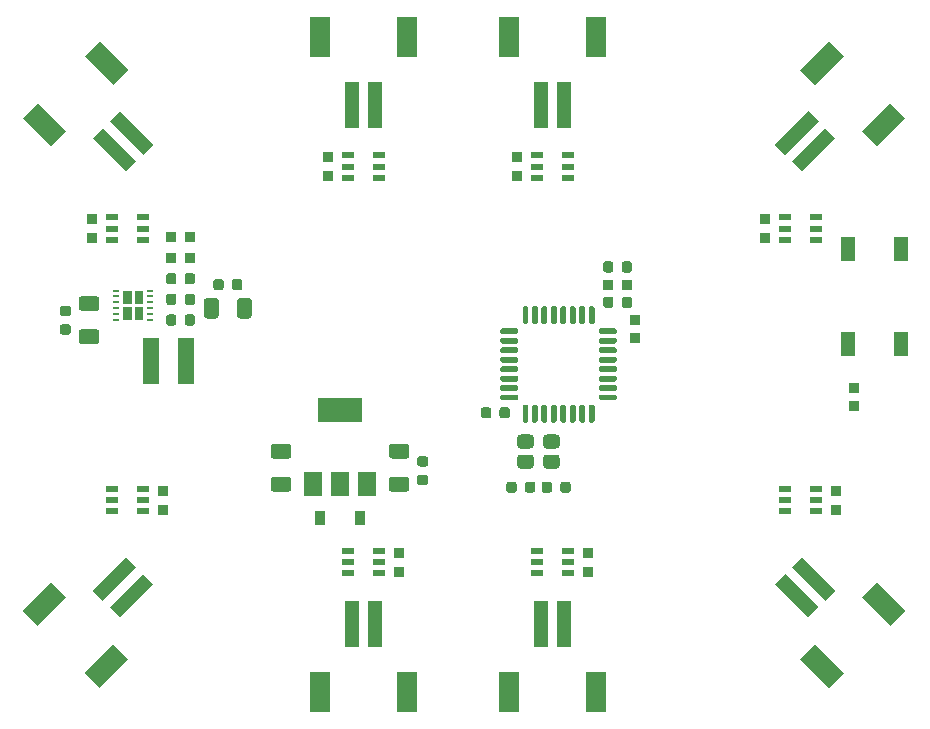
<source format=gbr>
G04 #@! TF.GenerationSoftware,KiCad,Pcbnew,5.1.7-a382d34a8~88~ubuntu20.04.1*
G04 #@! TF.CreationDate,2021-02-09T11:34:01+01:00*
G04 #@! TF.ProjectId,UVDAR_Module,55564441-525f-44d6-9f64-756c652e6b69,rev?*
G04 #@! TF.SameCoordinates,Original*
G04 #@! TF.FileFunction,Paste,Top*
G04 #@! TF.FilePolarity,Positive*
%FSLAX46Y46*%
G04 Gerber Fmt 4.6, Leading zero omitted, Abs format (unit mm)*
G04 Created by KiCad (PCBNEW 5.1.7-a382d34a8~88~ubuntu20.04.1) date 2021-02-09 11:34:01*
%MOMM*%
%LPD*%
G01*
G04 APERTURE LIST*
%ADD10C,0.100000*%
%ADD11R,0.600000X0.250000*%
%ADD12R,0.875000X0.950000*%
%ADD13R,1.400000X4.000000*%
%ADD14R,0.950000X0.875000*%
%ADD15R,1.000000X0.550000*%
%ADD16R,1.200000X2.100000*%
%ADD17R,1.200000X4.000000*%
%ADD18R,1.800000X3.400000*%
%ADD19R,0.900000X1.200000*%
%ADD20R,1.500000X2.000000*%
%ADD21R,3.800000X2.000000*%
G04 APERTURE END LIST*
D10*
G36*
X72850000Y-94900000D02*
G01*
X72100000Y-94900000D01*
X72100000Y-93750000D01*
X72850000Y-93750000D01*
X72850000Y-94900000D01*
G37*
G36*
X71900000Y-94900000D02*
G01*
X71150000Y-94900000D01*
X71150000Y-93750000D01*
X71900000Y-93750000D01*
X71900000Y-94900000D01*
G37*
G36*
X71900000Y-96250000D02*
G01*
X71150000Y-96250000D01*
X71150000Y-95100000D01*
X71900000Y-95100000D01*
X71900000Y-96250000D01*
G37*
G36*
X72850000Y-96250000D02*
G01*
X72100000Y-96250000D01*
X72100000Y-95100000D01*
X72850000Y-95100000D01*
X72850000Y-96250000D01*
G37*
G36*
G01*
X95125000Y-107975000D02*
X93875000Y-107975000D01*
G75*
G02*
X93625000Y-107725000I0J250000D01*
G01*
X93625000Y-106975000D01*
G75*
G02*
X93875000Y-106725000I250000J0D01*
G01*
X95125000Y-106725000D01*
G75*
G02*
X95375000Y-106975000I0J-250000D01*
G01*
X95375000Y-107725000D01*
G75*
G02*
X95125000Y-107975000I-250000J0D01*
G01*
G37*
G36*
G01*
X95125000Y-110775000D02*
X93875000Y-110775000D01*
G75*
G02*
X93625000Y-110525000I0J250000D01*
G01*
X93625000Y-109775000D01*
G75*
G02*
X93875000Y-109525000I250000J0D01*
G01*
X95125000Y-109525000D01*
G75*
G02*
X95375000Y-109775000I0J-250000D01*
G01*
X95375000Y-110525000D01*
G75*
G02*
X95125000Y-110775000I-250000J0D01*
G01*
G37*
G36*
G01*
X85125000Y-107975000D02*
X83875000Y-107975000D01*
G75*
G02*
X83625000Y-107725000I0J250000D01*
G01*
X83625000Y-106975000D01*
G75*
G02*
X83875000Y-106725000I250000J0D01*
G01*
X85125000Y-106725000D01*
G75*
G02*
X85375000Y-106975000I0J-250000D01*
G01*
X85375000Y-107725000D01*
G75*
G02*
X85125000Y-107975000I-250000J0D01*
G01*
G37*
G36*
G01*
X85125000Y-110775000D02*
X83875000Y-110775000D01*
G75*
G02*
X83625000Y-110525000I0J250000D01*
G01*
X83625000Y-109775000D01*
G75*
G02*
X83875000Y-109525000I250000J0D01*
G01*
X85125000Y-109525000D01*
G75*
G02*
X85375000Y-109775000I0J-250000D01*
G01*
X85375000Y-110525000D01*
G75*
G02*
X85125000Y-110775000I-250000J0D01*
G01*
G37*
D11*
X70565000Y-95250000D03*
X70565000Y-93750000D03*
X70565000Y-95750000D03*
X70565000Y-94750000D03*
X70565000Y-96250000D03*
X70565000Y-94250000D03*
X73435000Y-93750000D03*
X73435000Y-94250000D03*
X73435000Y-94750000D03*
X73435000Y-95250000D03*
X73435000Y-95750000D03*
X73435000Y-96250000D03*
D12*
X75212500Y-89250000D03*
X76787500Y-89250000D03*
X76787500Y-91000000D03*
X75212500Y-91000000D03*
D13*
X76500000Y-99750000D03*
X73500000Y-99750000D03*
G36*
G01*
X81225000Y-92993750D02*
X81225000Y-93506250D01*
G75*
G02*
X81006250Y-93725000I-218750J0D01*
G01*
X80568750Y-93725000D01*
G75*
G02*
X80350000Y-93506250I0J218750D01*
G01*
X80350000Y-92993750D01*
G75*
G02*
X80568750Y-92775000I218750J0D01*
G01*
X81006250Y-92775000D01*
G75*
G02*
X81225000Y-92993750I0J-218750D01*
G01*
G37*
G36*
G01*
X79650000Y-92993750D02*
X79650000Y-93506250D01*
G75*
G02*
X79431250Y-93725000I-218750J0D01*
G01*
X78993750Y-93725000D01*
G75*
G02*
X78775000Y-93506250I0J218750D01*
G01*
X78775000Y-92993750D01*
G75*
G02*
X78993750Y-92775000I218750J0D01*
G01*
X79431250Y-92775000D01*
G75*
G02*
X79650000Y-92993750I0J-218750D01*
G01*
G37*
G36*
G01*
X79225000Y-94625000D02*
X79225000Y-95875000D01*
G75*
G02*
X78975000Y-96125000I-250000J0D01*
G01*
X78225000Y-96125000D01*
G75*
G02*
X77975000Y-95875000I0J250000D01*
G01*
X77975000Y-94625000D01*
G75*
G02*
X78225000Y-94375000I250000J0D01*
G01*
X78975000Y-94375000D01*
G75*
G02*
X79225000Y-94625000I0J-250000D01*
G01*
G37*
G36*
G01*
X82025000Y-94625000D02*
X82025000Y-95875000D01*
G75*
G02*
X81775000Y-96125000I-250000J0D01*
G01*
X81025000Y-96125000D01*
G75*
G02*
X80775000Y-95875000I0J250000D01*
G01*
X80775000Y-94625000D01*
G75*
G02*
X81025000Y-94375000I250000J0D01*
G01*
X81775000Y-94375000D01*
G75*
G02*
X82025000Y-94625000I0J-250000D01*
G01*
G37*
G36*
G01*
X77225000Y-92493750D02*
X77225000Y-93006250D01*
G75*
G02*
X77006250Y-93225000I-218750J0D01*
G01*
X76568750Y-93225000D01*
G75*
G02*
X76350000Y-93006250I0J218750D01*
G01*
X76350000Y-92493750D01*
G75*
G02*
X76568750Y-92275000I218750J0D01*
G01*
X77006250Y-92275000D01*
G75*
G02*
X77225000Y-92493750I0J-218750D01*
G01*
G37*
G36*
G01*
X75650000Y-92493750D02*
X75650000Y-93006250D01*
G75*
G02*
X75431250Y-93225000I-218750J0D01*
G01*
X74993750Y-93225000D01*
G75*
G02*
X74775000Y-93006250I0J218750D01*
G01*
X74775000Y-92493750D01*
G75*
G02*
X74993750Y-92275000I218750J0D01*
G01*
X75431250Y-92275000D01*
G75*
G02*
X75650000Y-92493750I0J-218750D01*
G01*
G37*
G36*
G01*
X77225000Y-95993750D02*
X77225000Y-96506250D01*
G75*
G02*
X77006250Y-96725000I-218750J0D01*
G01*
X76568750Y-96725000D01*
G75*
G02*
X76350000Y-96506250I0J218750D01*
G01*
X76350000Y-95993750D01*
G75*
G02*
X76568750Y-95775000I218750J0D01*
G01*
X77006250Y-95775000D01*
G75*
G02*
X77225000Y-95993750I0J-218750D01*
G01*
G37*
G36*
G01*
X75650000Y-95993750D02*
X75650000Y-96506250D01*
G75*
G02*
X75431250Y-96725000I-218750J0D01*
G01*
X74993750Y-96725000D01*
G75*
G02*
X74775000Y-96506250I0J218750D01*
G01*
X74775000Y-95993750D01*
G75*
G02*
X74993750Y-95775000I218750J0D01*
G01*
X75431250Y-95775000D01*
G75*
G02*
X75650000Y-95993750I0J-218750D01*
G01*
G37*
G36*
G01*
X74775000Y-94756250D02*
X74775000Y-94243750D01*
G75*
G02*
X74993750Y-94025000I218750J0D01*
G01*
X75431250Y-94025000D01*
G75*
G02*
X75650000Y-94243750I0J-218750D01*
G01*
X75650000Y-94756250D01*
G75*
G02*
X75431250Y-94975000I-218750J0D01*
G01*
X74993750Y-94975000D01*
G75*
G02*
X74775000Y-94756250I0J218750D01*
G01*
G37*
G36*
G01*
X76350000Y-94756250D02*
X76350000Y-94243750D01*
G75*
G02*
X76568750Y-94025000I218750J0D01*
G01*
X77006250Y-94025000D01*
G75*
G02*
X77225000Y-94243750I0J-218750D01*
G01*
X77225000Y-94756250D01*
G75*
G02*
X77006250Y-94975000I-218750J0D01*
G01*
X76568750Y-94975000D01*
G75*
G02*
X76350000Y-94756250I0J218750D01*
G01*
G37*
G36*
G01*
X65993750Y-95025000D02*
X66506250Y-95025000D01*
G75*
G02*
X66725000Y-95243750I0J-218750D01*
G01*
X66725000Y-95681250D01*
G75*
G02*
X66506250Y-95900000I-218750J0D01*
G01*
X65993750Y-95900000D01*
G75*
G02*
X65775000Y-95681250I0J218750D01*
G01*
X65775000Y-95243750D01*
G75*
G02*
X65993750Y-95025000I218750J0D01*
G01*
G37*
G36*
G01*
X65993750Y-96600000D02*
X66506250Y-96600000D01*
G75*
G02*
X66725000Y-96818750I0J-218750D01*
G01*
X66725000Y-97256250D01*
G75*
G02*
X66506250Y-97475000I-218750J0D01*
G01*
X65993750Y-97475000D01*
G75*
G02*
X65775000Y-97256250I0J218750D01*
G01*
X65775000Y-96818750D01*
G75*
G02*
X65993750Y-96600000I218750J0D01*
G01*
G37*
G36*
G01*
X67625000Y-97025000D02*
X68875000Y-97025000D01*
G75*
G02*
X69125000Y-97275000I0J-250000D01*
G01*
X69125000Y-98025000D01*
G75*
G02*
X68875000Y-98275000I-250000J0D01*
G01*
X67625000Y-98275000D01*
G75*
G02*
X67375000Y-98025000I0J250000D01*
G01*
X67375000Y-97275000D01*
G75*
G02*
X67625000Y-97025000I250000J0D01*
G01*
G37*
G36*
G01*
X67625000Y-94225000D02*
X68875000Y-94225000D01*
G75*
G02*
X69125000Y-94475000I0J-250000D01*
G01*
X69125000Y-95225000D01*
G75*
G02*
X68875000Y-95475000I-250000J0D01*
G01*
X67625000Y-95475000D01*
G75*
G02*
X67375000Y-95225000I0J250000D01*
G01*
X67375000Y-94475000D01*
G75*
G02*
X67625000Y-94225000I250000J0D01*
G01*
G37*
D14*
X114500000Y-97787500D03*
X114500000Y-96212500D03*
X133000000Y-103537500D03*
X133000000Y-101962500D03*
G36*
G01*
X111775000Y-95006250D02*
X111775000Y-94493750D01*
G75*
G02*
X111993750Y-94275000I218750J0D01*
G01*
X112431250Y-94275000D01*
G75*
G02*
X112650000Y-94493750I0J-218750D01*
G01*
X112650000Y-95006250D01*
G75*
G02*
X112431250Y-95225000I-218750J0D01*
G01*
X111993750Y-95225000D01*
G75*
G02*
X111775000Y-95006250I0J218750D01*
G01*
G37*
G36*
G01*
X113350000Y-95006250D02*
X113350000Y-94493750D01*
G75*
G02*
X113568750Y-94275000I218750J0D01*
G01*
X114006250Y-94275000D01*
G75*
G02*
X114225000Y-94493750I0J-218750D01*
G01*
X114225000Y-95006250D01*
G75*
G02*
X114006250Y-95225000I-218750J0D01*
G01*
X113568750Y-95225000D01*
G75*
G02*
X113350000Y-95006250I0J218750D01*
G01*
G37*
D15*
X72800000Y-89450000D03*
X72800000Y-88500000D03*
X72800000Y-87550000D03*
X70200000Y-87550000D03*
X70200000Y-88500000D03*
X70200000Y-89450000D03*
D14*
X68500000Y-87712500D03*
X68500000Y-89287500D03*
D15*
X127200000Y-110550000D03*
X127200000Y-111500000D03*
X127200000Y-112450000D03*
X129800000Y-112450000D03*
X129800000Y-111500000D03*
X129800000Y-110550000D03*
D14*
X131500000Y-112287500D03*
X131500000Y-110712500D03*
D15*
X129800000Y-89450000D03*
X129800000Y-88500000D03*
X129800000Y-87550000D03*
X127200000Y-87550000D03*
X127200000Y-88500000D03*
X127200000Y-89450000D03*
D14*
X125500000Y-87712500D03*
X125500000Y-89287500D03*
D15*
X90200000Y-84200000D03*
X90200000Y-83250000D03*
X90200000Y-82300000D03*
X92800000Y-82300000D03*
X92800000Y-83250000D03*
X92800000Y-84200000D03*
D14*
X88500000Y-84037500D03*
X88500000Y-82462500D03*
D15*
X106200000Y-84200000D03*
X106200000Y-83250000D03*
X106200000Y-82300000D03*
X108800000Y-82300000D03*
X108800000Y-83250000D03*
X108800000Y-84200000D03*
D14*
X104500000Y-84037500D03*
X104500000Y-82462500D03*
D15*
X108800000Y-115800000D03*
X108800000Y-116750000D03*
X108800000Y-117700000D03*
X106200000Y-117700000D03*
X106200000Y-116750000D03*
X106200000Y-115800000D03*
D14*
X110500000Y-115962500D03*
X110500000Y-117537500D03*
D15*
X90200000Y-115800000D03*
X90200000Y-116750000D03*
X90200000Y-117700000D03*
X92800000Y-117700000D03*
X92800000Y-116750000D03*
X92800000Y-115800000D03*
D14*
X94500000Y-117537500D03*
X94500000Y-115962500D03*
D12*
X113787500Y-93250000D03*
X112212500Y-93250000D03*
D16*
X132500000Y-98250000D03*
X137000000Y-98250000D03*
X132500000Y-90250000D03*
X137000000Y-90250000D03*
G36*
G01*
X113350000Y-92006250D02*
X113350000Y-91493750D01*
G75*
G02*
X113568750Y-91275000I218750J0D01*
G01*
X114006250Y-91275000D01*
G75*
G02*
X114225000Y-91493750I0J-218750D01*
G01*
X114225000Y-92006250D01*
G75*
G02*
X114006250Y-92225000I-218750J0D01*
G01*
X113568750Y-92225000D01*
G75*
G02*
X113350000Y-92006250I0J218750D01*
G01*
G37*
G36*
G01*
X111775000Y-92006250D02*
X111775000Y-91493750D01*
G75*
G02*
X111993750Y-91275000I218750J0D01*
G01*
X112431250Y-91275000D01*
G75*
G02*
X112650000Y-91493750I0J-218750D01*
G01*
X112650000Y-92006250D01*
G75*
G02*
X112431250Y-92225000I-218750J0D01*
G01*
X111993750Y-92225000D01*
G75*
G02*
X111775000Y-92006250I0J218750D01*
G01*
G37*
G36*
G01*
X96756250Y-110225000D02*
X96243750Y-110225000D01*
G75*
G02*
X96025000Y-110006250I0J218750D01*
G01*
X96025000Y-109568750D01*
G75*
G02*
X96243750Y-109350000I218750J0D01*
G01*
X96756250Y-109350000D01*
G75*
G02*
X96975000Y-109568750I0J-218750D01*
G01*
X96975000Y-110006250D01*
G75*
G02*
X96756250Y-110225000I-218750J0D01*
G01*
G37*
G36*
G01*
X96756250Y-108650000D02*
X96243750Y-108650000D01*
G75*
G02*
X96025000Y-108431250I0J218750D01*
G01*
X96025000Y-107993750D01*
G75*
G02*
X96243750Y-107775000I218750J0D01*
G01*
X96756250Y-107775000D01*
G75*
G02*
X96975000Y-107993750I0J-218750D01*
G01*
X96975000Y-108431250D01*
G75*
G02*
X96756250Y-108650000I-218750J0D01*
G01*
G37*
G36*
G01*
X109025000Y-110143750D02*
X109025000Y-110656250D01*
G75*
G02*
X108806250Y-110875000I-218750J0D01*
G01*
X108368750Y-110875000D01*
G75*
G02*
X108150000Y-110656250I0J218750D01*
G01*
X108150000Y-110143750D01*
G75*
G02*
X108368750Y-109925000I218750J0D01*
G01*
X108806250Y-109925000D01*
G75*
G02*
X109025000Y-110143750I0J-218750D01*
G01*
G37*
G36*
G01*
X107450000Y-110143750D02*
X107450000Y-110656250D01*
G75*
G02*
X107231250Y-110875000I-218750J0D01*
G01*
X106793750Y-110875000D01*
G75*
G02*
X106575000Y-110656250I0J218750D01*
G01*
X106575000Y-110143750D01*
G75*
G02*
X106793750Y-109925000I218750J0D01*
G01*
X107231250Y-109925000D01*
G75*
G02*
X107450000Y-110143750I0J-218750D01*
G01*
G37*
G36*
G01*
X106025000Y-110143750D02*
X106025000Y-110656250D01*
G75*
G02*
X105806250Y-110875000I-218750J0D01*
G01*
X105368750Y-110875000D01*
G75*
G02*
X105150000Y-110656250I0J218750D01*
G01*
X105150000Y-110143750D01*
G75*
G02*
X105368750Y-109925000I218750J0D01*
G01*
X105806250Y-109925000D01*
G75*
G02*
X106025000Y-110143750I0J-218750D01*
G01*
G37*
G36*
G01*
X104450000Y-110143750D02*
X104450000Y-110656250D01*
G75*
G02*
X104231250Y-110875000I-218750J0D01*
G01*
X103793750Y-110875000D01*
G75*
G02*
X103575000Y-110656250I0J218750D01*
G01*
X103575000Y-110143750D01*
G75*
G02*
X103793750Y-109925000I218750J0D01*
G01*
X104231250Y-109925000D01*
G75*
G02*
X104450000Y-110143750I0J-218750D01*
G01*
G37*
G36*
G01*
X103875000Y-103843750D02*
X103875000Y-104356250D01*
G75*
G02*
X103656250Y-104575000I-218750J0D01*
G01*
X103218750Y-104575000D01*
G75*
G02*
X103000000Y-104356250I0J218750D01*
G01*
X103000000Y-103843750D01*
G75*
G02*
X103218750Y-103625000I218750J0D01*
G01*
X103656250Y-103625000D01*
G75*
G02*
X103875000Y-103843750I0J-218750D01*
G01*
G37*
G36*
G01*
X102300000Y-103843750D02*
X102300000Y-104356250D01*
G75*
G02*
X102081250Y-104575000I-218750J0D01*
G01*
X101643750Y-104575000D01*
G75*
G02*
X101425000Y-104356250I0J218750D01*
G01*
X101425000Y-103843750D01*
G75*
G02*
X101643750Y-103625000I218750J0D01*
G01*
X102081250Y-103625000D01*
G75*
G02*
X102300000Y-103843750I0J-218750D01*
G01*
G37*
D14*
X74500000Y-110712500D03*
X74500000Y-112287500D03*
G36*
G01*
X104450000Y-103050000D02*
X103200000Y-103050000D01*
G75*
G02*
X103075000Y-102925000I0J125000D01*
G01*
X103075000Y-102675000D01*
G75*
G02*
X103200000Y-102550000I125000J0D01*
G01*
X104450000Y-102550000D01*
G75*
G02*
X104575000Y-102675000I0J-125000D01*
G01*
X104575000Y-102925000D01*
G75*
G02*
X104450000Y-103050000I-125000J0D01*
G01*
G37*
G36*
G01*
X104450000Y-102250000D02*
X103200000Y-102250000D01*
G75*
G02*
X103075000Y-102125000I0J125000D01*
G01*
X103075000Y-101875000D01*
G75*
G02*
X103200000Y-101750000I125000J0D01*
G01*
X104450000Y-101750000D01*
G75*
G02*
X104575000Y-101875000I0J-125000D01*
G01*
X104575000Y-102125000D01*
G75*
G02*
X104450000Y-102250000I-125000J0D01*
G01*
G37*
G36*
G01*
X104450000Y-101450000D02*
X103200000Y-101450000D01*
G75*
G02*
X103075000Y-101325000I0J125000D01*
G01*
X103075000Y-101075000D01*
G75*
G02*
X103200000Y-100950000I125000J0D01*
G01*
X104450000Y-100950000D01*
G75*
G02*
X104575000Y-101075000I0J-125000D01*
G01*
X104575000Y-101325000D01*
G75*
G02*
X104450000Y-101450000I-125000J0D01*
G01*
G37*
G36*
G01*
X104450000Y-100650000D02*
X103200000Y-100650000D01*
G75*
G02*
X103075000Y-100525000I0J125000D01*
G01*
X103075000Y-100275000D01*
G75*
G02*
X103200000Y-100150000I125000J0D01*
G01*
X104450000Y-100150000D01*
G75*
G02*
X104575000Y-100275000I0J-125000D01*
G01*
X104575000Y-100525000D01*
G75*
G02*
X104450000Y-100650000I-125000J0D01*
G01*
G37*
G36*
G01*
X104450000Y-99850000D02*
X103200000Y-99850000D01*
G75*
G02*
X103075000Y-99725000I0J125000D01*
G01*
X103075000Y-99475000D01*
G75*
G02*
X103200000Y-99350000I125000J0D01*
G01*
X104450000Y-99350000D01*
G75*
G02*
X104575000Y-99475000I0J-125000D01*
G01*
X104575000Y-99725000D01*
G75*
G02*
X104450000Y-99850000I-125000J0D01*
G01*
G37*
G36*
G01*
X104450000Y-99050000D02*
X103200000Y-99050000D01*
G75*
G02*
X103075000Y-98925000I0J125000D01*
G01*
X103075000Y-98675000D01*
G75*
G02*
X103200000Y-98550000I125000J0D01*
G01*
X104450000Y-98550000D01*
G75*
G02*
X104575000Y-98675000I0J-125000D01*
G01*
X104575000Y-98925000D01*
G75*
G02*
X104450000Y-99050000I-125000J0D01*
G01*
G37*
G36*
G01*
X104450000Y-98250000D02*
X103200000Y-98250000D01*
G75*
G02*
X103075000Y-98125000I0J125000D01*
G01*
X103075000Y-97875000D01*
G75*
G02*
X103200000Y-97750000I125000J0D01*
G01*
X104450000Y-97750000D01*
G75*
G02*
X104575000Y-97875000I0J-125000D01*
G01*
X104575000Y-98125000D01*
G75*
G02*
X104450000Y-98250000I-125000J0D01*
G01*
G37*
G36*
G01*
X104450000Y-97450000D02*
X103200000Y-97450000D01*
G75*
G02*
X103075000Y-97325000I0J125000D01*
G01*
X103075000Y-97075000D01*
G75*
G02*
X103200000Y-96950000I125000J0D01*
G01*
X104450000Y-96950000D01*
G75*
G02*
X104575000Y-97075000I0J-125000D01*
G01*
X104575000Y-97325000D01*
G75*
G02*
X104450000Y-97450000I-125000J0D01*
G01*
G37*
G36*
G01*
X105325000Y-96575000D02*
X105075000Y-96575000D01*
G75*
G02*
X104950000Y-96450000I0J125000D01*
G01*
X104950000Y-95200000D01*
G75*
G02*
X105075000Y-95075000I125000J0D01*
G01*
X105325000Y-95075000D01*
G75*
G02*
X105450000Y-95200000I0J-125000D01*
G01*
X105450000Y-96450000D01*
G75*
G02*
X105325000Y-96575000I-125000J0D01*
G01*
G37*
G36*
G01*
X106125000Y-96575000D02*
X105875000Y-96575000D01*
G75*
G02*
X105750000Y-96450000I0J125000D01*
G01*
X105750000Y-95200000D01*
G75*
G02*
X105875000Y-95075000I125000J0D01*
G01*
X106125000Y-95075000D01*
G75*
G02*
X106250000Y-95200000I0J-125000D01*
G01*
X106250000Y-96450000D01*
G75*
G02*
X106125000Y-96575000I-125000J0D01*
G01*
G37*
G36*
G01*
X106925000Y-96575000D02*
X106675000Y-96575000D01*
G75*
G02*
X106550000Y-96450000I0J125000D01*
G01*
X106550000Y-95200000D01*
G75*
G02*
X106675000Y-95075000I125000J0D01*
G01*
X106925000Y-95075000D01*
G75*
G02*
X107050000Y-95200000I0J-125000D01*
G01*
X107050000Y-96450000D01*
G75*
G02*
X106925000Y-96575000I-125000J0D01*
G01*
G37*
G36*
G01*
X107725000Y-96575000D02*
X107475000Y-96575000D01*
G75*
G02*
X107350000Y-96450000I0J125000D01*
G01*
X107350000Y-95200000D01*
G75*
G02*
X107475000Y-95075000I125000J0D01*
G01*
X107725000Y-95075000D01*
G75*
G02*
X107850000Y-95200000I0J-125000D01*
G01*
X107850000Y-96450000D01*
G75*
G02*
X107725000Y-96575000I-125000J0D01*
G01*
G37*
G36*
G01*
X108525000Y-96575000D02*
X108275000Y-96575000D01*
G75*
G02*
X108150000Y-96450000I0J125000D01*
G01*
X108150000Y-95200000D01*
G75*
G02*
X108275000Y-95075000I125000J0D01*
G01*
X108525000Y-95075000D01*
G75*
G02*
X108650000Y-95200000I0J-125000D01*
G01*
X108650000Y-96450000D01*
G75*
G02*
X108525000Y-96575000I-125000J0D01*
G01*
G37*
G36*
G01*
X109325000Y-96575000D02*
X109075000Y-96575000D01*
G75*
G02*
X108950000Y-96450000I0J125000D01*
G01*
X108950000Y-95200000D01*
G75*
G02*
X109075000Y-95075000I125000J0D01*
G01*
X109325000Y-95075000D01*
G75*
G02*
X109450000Y-95200000I0J-125000D01*
G01*
X109450000Y-96450000D01*
G75*
G02*
X109325000Y-96575000I-125000J0D01*
G01*
G37*
G36*
G01*
X110125000Y-96575000D02*
X109875000Y-96575000D01*
G75*
G02*
X109750000Y-96450000I0J125000D01*
G01*
X109750000Y-95200000D01*
G75*
G02*
X109875000Y-95075000I125000J0D01*
G01*
X110125000Y-95075000D01*
G75*
G02*
X110250000Y-95200000I0J-125000D01*
G01*
X110250000Y-96450000D01*
G75*
G02*
X110125000Y-96575000I-125000J0D01*
G01*
G37*
G36*
G01*
X110925000Y-96575000D02*
X110675000Y-96575000D01*
G75*
G02*
X110550000Y-96450000I0J125000D01*
G01*
X110550000Y-95200000D01*
G75*
G02*
X110675000Y-95075000I125000J0D01*
G01*
X110925000Y-95075000D01*
G75*
G02*
X111050000Y-95200000I0J-125000D01*
G01*
X111050000Y-96450000D01*
G75*
G02*
X110925000Y-96575000I-125000J0D01*
G01*
G37*
G36*
G01*
X112800000Y-97450000D02*
X111550000Y-97450000D01*
G75*
G02*
X111425000Y-97325000I0J125000D01*
G01*
X111425000Y-97075000D01*
G75*
G02*
X111550000Y-96950000I125000J0D01*
G01*
X112800000Y-96950000D01*
G75*
G02*
X112925000Y-97075000I0J-125000D01*
G01*
X112925000Y-97325000D01*
G75*
G02*
X112800000Y-97450000I-125000J0D01*
G01*
G37*
G36*
G01*
X112800000Y-98250000D02*
X111550000Y-98250000D01*
G75*
G02*
X111425000Y-98125000I0J125000D01*
G01*
X111425000Y-97875000D01*
G75*
G02*
X111550000Y-97750000I125000J0D01*
G01*
X112800000Y-97750000D01*
G75*
G02*
X112925000Y-97875000I0J-125000D01*
G01*
X112925000Y-98125000D01*
G75*
G02*
X112800000Y-98250000I-125000J0D01*
G01*
G37*
G36*
G01*
X112800000Y-99050000D02*
X111550000Y-99050000D01*
G75*
G02*
X111425000Y-98925000I0J125000D01*
G01*
X111425000Y-98675000D01*
G75*
G02*
X111550000Y-98550000I125000J0D01*
G01*
X112800000Y-98550000D01*
G75*
G02*
X112925000Y-98675000I0J-125000D01*
G01*
X112925000Y-98925000D01*
G75*
G02*
X112800000Y-99050000I-125000J0D01*
G01*
G37*
G36*
G01*
X112800000Y-99850000D02*
X111550000Y-99850000D01*
G75*
G02*
X111425000Y-99725000I0J125000D01*
G01*
X111425000Y-99475000D01*
G75*
G02*
X111550000Y-99350000I125000J0D01*
G01*
X112800000Y-99350000D01*
G75*
G02*
X112925000Y-99475000I0J-125000D01*
G01*
X112925000Y-99725000D01*
G75*
G02*
X112800000Y-99850000I-125000J0D01*
G01*
G37*
G36*
G01*
X112800000Y-100650000D02*
X111550000Y-100650000D01*
G75*
G02*
X111425000Y-100525000I0J125000D01*
G01*
X111425000Y-100275000D01*
G75*
G02*
X111550000Y-100150000I125000J0D01*
G01*
X112800000Y-100150000D01*
G75*
G02*
X112925000Y-100275000I0J-125000D01*
G01*
X112925000Y-100525000D01*
G75*
G02*
X112800000Y-100650000I-125000J0D01*
G01*
G37*
G36*
G01*
X112800000Y-101450000D02*
X111550000Y-101450000D01*
G75*
G02*
X111425000Y-101325000I0J125000D01*
G01*
X111425000Y-101075000D01*
G75*
G02*
X111550000Y-100950000I125000J0D01*
G01*
X112800000Y-100950000D01*
G75*
G02*
X112925000Y-101075000I0J-125000D01*
G01*
X112925000Y-101325000D01*
G75*
G02*
X112800000Y-101450000I-125000J0D01*
G01*
G37*
G36*
G01*
X112800000Y-102250000D02*
X111550000Y-102250000D01*
G75*
G02*
X111425000Y-102125000I0J125000D01*
G01*
X111425000Y-101875000D01*
G75*
G02*
X111550000Y-101750000I125000J0D01*
G01*
X112800000Y-101750000D01*
G75*
G02*
X112925000Y-101875000I0J-125000D01*
G01*
X112925000Y-102125000D01*
G75*
G02*
X112800000Y-102250000I-125000J0D01*
G01*
G37*
G36*
G01*
X112800000Y-103050000D02*
X111550000Y-103050000D01*
G75*
G02*
X111425000Y-102925000I0J125000D01*
G01*
X111425000Y-102675000D01*
G75*
G02*
X111550000Y-102550000I125000J0D01*
G01*
X112800000Y-102550000D01*
G75*
G02*
X112925000Y-102675000I0J-125000D01*
G01*
X112925000Y-102925000D01*
G75*
G02*
X112800000Y-103050000I-125000J0D01*
G01*
G37*
G36*
G01*
X110925000Y-104925000D02*
X110675000Y-104925000D01*
G75*
G02*
X110550000Y-104800000I0J125000D01*
G01*
X110550000Y-103550000D01*
G75*
G02*
X110675000Y-103425000I125000J0D01*
G01*
X110925000Y-103425000D01*
G75*
G02*
X111050000Y-103550000I0J-125000D01*
G01*
X111050000Y-104800000D01*
G75*
G02*
X110925000Y-104925000I-125000J0D01*
G01*
G37*
G36*
G01*
X110125000Y-104925000D02*
X109875000Y-104925000D01*
G75*
G02*
X109750000Y-104800000I0J125000D01*
G01*
X109750000Y-103550000D01*
G75*
G02*
X109875000Y-103425000I125000J0D01*
G01*
X110125000Y-103425000D01*
G75*
G02*
X110250000Y-103550000I0J-125000D01*
G01*
X110250000Y-104800000D01*
G75*
G02*
X110125000Y-104925000I-125000J0D01*
G01*
G37*
G36*
G01*
X109325000Y-104925000D02*
X109075000Y-104925000D01*
G75*
G02*
X108950000Y-104800000I0J125000D01*
G01*
X108950000Y-103550000D01*
G75*
G02*
X109075000Y-103425000I125000J0D01*
G01*
X109325000Y-103425000D01*
G75*
G02*
X109450000Y-103550000I0J-125000D01*
G01*
X109450000Y-104800000D01*
G75*
G02*
X109325000Y-104925000I-125000J0D01*
G01*
G37*
G36*
G01*
X108525000Y-104925000D02*
X108275000Y-104925000D01*
G75*
G02*
X108150000Y-104800000I0J125000D01*
G01*
X108150000Y-103550000D01*
G75*
G02*
X108275000Y-103425000I125000J0D01*
G01*
X108525000Y-103425000D01*
G75*
G02*
X108650000Y-103550000I0J-125000D01*
G01*
X108650000Y-104800000D01*
G75*
G02*
X108525000Y-104925000I-125000J0D01*
G01*
G37*
G36*
G01*
X107725000Y-104925000D02*
X107475000Y-104925000D01*
G75*
G02*
X107350000Y-104800000I0J125000D01*
G01*
X107350000Y-103550000D01*
G75*
G02*
X107475000Y-103425000I125000J0D01*
G01*
X107725000Y-103425000D01*
G75*
G02*
X107850000Y-103550000I0J-125000D01*
G01*
X107850000Y-104800000D01*
G75*
G02*
X107725000Y-104925000I-125000J0D01*
G01*
G37*
G36*
G01*
X106925000Y-104925000D02*
X106675000Y-104925000D01*
G75*
G02*
X106550000Y-104800000I0J125000D01*
G01*
X106550000Y-103550000D01*
G75*
G02*
X106675000Y-103425000I125000J0D01*
G01*
X106925000Y-103425000D01*
G75*
G02*
X107050000Y-103550000I0J-125000D01*
G01*
X107050000Y-104800000D01*
G75*
G02*
X106925000Y-104925000I-125000J0D01*
G01*
G37*
G36*
G01*
X106125000Y-104925000D02*
X105875000Y-104925000D01*
G75*
G02*
X105750000Y-104800000I0J125000D01*
G01*
X105750000Y-103550000D01*
G75*
G02*
X105875000Y-103425000I125000J0D01*
G01*
X106125000Y-103425000D01*
G75*
G02*
X106250000Y-103550000I0J-125000D01*
G01*
X106250000Y-104800000D01*
G75*
G02*
X106125000Y-104925000I-125000J0D01*
G01*
G37*
G36*
G01*
X105325000Y-104925000D02*
X105075000Y-104925000D01*
G75*
G02*
X104950000Y-104800000I0J125000D01*
G01*
X104950000Y-103550000D01*
G75*
G02*
X105075000Y-103425000I125000J0D01*
G01*
X105325000Y-103425000D01*
G75*
G02*
X105450000Y-103550000I0J-125000D01*
G01*
X105450000Y-104800000D01*
G75*
G02*
X105325000Y-104925000I-125000J0D01*
G01*
G37*
D17*
X92500000Y-78000000D03*
X90500000Y-78000000D03*
D18*
X95200000Y-72300000D03*
X87800000Y-72300000D03*
D17*
X108500000Y-78000000D03*
X106500000Y-78000000D03*
D18*
X111200000Y-72300000D03*
X103800000Y-72300000D03*
D17*
X106500000Y-122000000D03*
X108500000Y-122000000D03*
D18*
X103800000Y-127700000D03*
X111200000Y-127700000D03*
D17*
X90500000Y-122000000D03*
X92500000Y-122000000D03*
D18*
X87800000Y-127700000D03*
X95200000Y-127700000D03*
D10*
G36*
X127747308Y-82818376D02*
G01*
X130575735Y-79989949D01*
X131424264Y-80838478D01*
X128595837Y-83666905D01*
X127747308Y-82818376D01*
G37*
G36*
X126333095Y-81404163D02*
G01*
X129161522Y-78575736D01*
X130010051Y-79424265D01*
X127181624Y-82252692D01*
X126333095Y-81404163D01*
G37*
G36*
X133687005Y-80272792D02*
G01*
X136091168Y-77868629D01*
X137363961Y-79141422D01*
X134959798Y-81545585D01*
X133687005Y-80272792D01*
G37*
G36*
X128454415Y-75040202D02*
G01*
X130858578Y-72636039D01*
X132131371Y-73908832D01*
X129727208Y-76312995D01*
X128454415Y-75040202D01*
G37*
G36*
X127181624Y-117747308D02*
G01*
X130010051Y-120575735D01*
X129161522Y-121424264D01*
X126333095Y-118595837D01*
X127181624Y-117747308D01*
G37*
G36*
X128595837Y-116333095D02*
G01*
X131424264Y-119161522D01*
X130575735Y-120010051D01*
X127747308Y-117181624D01*
X128595837Y-116333095D01*
G37*
G36*
X129727208Y-123687005D02*
G01*
X132131371Y-126091168D01*
X130858578Y-127363961D01*
X128454415Y-124959798D01*
X129727208Y-123687005D01*
G37*
G36*
X134959798Y-118454415D02*
G01*
X137363961Y-120858578D01*
X136091168Y-122131371D01*
X133687005Y-119727208D01*
X134959798Y-118454415D01*
G37*
G36*
X72252692Y-117181624D02*
G01*
X69424265Y-120010051D01*
X68575736Y-119161522D01*
X71404163Y-116333095D01*
X72252692Y-117181624D01*
G37*
G36*
X73666905Y-118595837D02*
G01*
X70838478Y-121424264D01*
X69989949Y-120575735D01*
X72818376Y-117747308D01*
X73666905Y-118595837D01*
G37*
G36*
X66312995Y-119727208D02*
G01*
X63908832Y-122131371D01*
X62636039Y-120858578D01*
X65040202Y-118454415D01*
X66312995Y-119727208D01*
G37*
G36*
X71545585Y-124959798D02*
G01*
X69141422Y-127363961D01*
X67868629Y-126091168D01*
X70272792Y-123687005D01*
X71545585Y-124959798D01*
G37*
G36*
X72818376Y-82252692D02*
G01*
X69989949Y-79424265D01*
X70838478Y-78575736D01*
X73666905Y-81404163D01*
X72818376Y-82252692D01*
G37*
G36*
X71404163Y-83666905D02*
G01*
X68575736Y-80838478D01*
X69424265Y-79989949D01*
X72252692Y-82818376D01*
X71404163Y-83666905D01*
G37*
G36*
X70272792Y-76312995D02*
G01*
X67868629Y-73908832D01*
X69141422Y-72636039D01*
X71545585Y-75040202D01*
X70272792Y-76312995D01*
G37*
G36*
X65040202Y-81545585D02*
G01*
X62636039Y-79141422D01*
X63908832Y-77868629D01*
X66312995Y-80272792D01*
X65040202Y-81545585D01*
G37*
D19*
X91200000Y-113000000D03*
X87800000Y-113000000D03*
D20*
X87200000Y-110150000D03*
X91800000Y-110150000D03*
X89500000Y-110150000D03*
D21*
X89500000Y-103850000D03*
D15*
X72800000Y-110550000D03*
X72800000Y-111500000D03*
X72800000Y-112450000D03*
X70200000Y-112450000D03*
X70200000Y-111500000D03*
X70200000Y-110550000D03*
G36*
G01*
X104500000Y-106830000D02*
X104500000Y-106230000D01*
G75*
G02*
X104800000Y-105930000I300000J0D01*
G01*
X105600000Y-105930000D01*
G75*
G02*
X105900000Y-106230000I0J-300000D01*
G01*
X105900000Y-106830000D01*
G75*
G02*
X105600000Y-107130000I-300000J0D01*
G01*
X104800000Y-107130000D01*
G75*
G02*
X104500000Y-106830000I0J300000D01*
G01*
G37*
G36*
G01*
X106700000Y-106830000D02*
X106700000Y-106230000D01*
G75*
G02*
X107000000Y-105930000I300000J0D01*
G01*
X107800000Y-105930000D01*
G75*
G02*
X108100000Y-106230000I0J-300000D01*
G01*
X108100000Y-106830000D01*
G75*
G02*
X107800000Y-107130000I-300000J0D01*
G01*
X107000000Y-107130000D01*
G75*
G02*
X106700000Y-106830000I0J300000D01*
G01*
G37*
G36*
G01*
X106700000Y-108530000D02*
X106700000Y-107930000D01*
G75*
G02*
X107000000Y-107630000I300000J0D01*
G01*
X107800000Y-107630000D01*
G75*
G02*
X108100000Y-107930000I0J-300000D01*
G01*
X108100000Y-108530000D01*
G75*
G02*
X107800000Y-108830000I-300000J0D01*
G01*
X107000000Y-108830000D01*
G75*
G02*
X106700000Y-108530000I0J300000D01*
G01*
G37*
G36*
G01*
X104500000Y-108530000D02*
X104500000Y-107930000D01*
G75*
G02*
X104800000Y-107630000I300000J0D01*
G01*
X105600000Y-107630000D01*
G75*
G02*
X105900000Y-107930000I0J-300000D01*
G01*
X105900000Y-108530000D01*
G75*
G02*
X105600000Y-108830000I-300000J0D01*
G01*
X104800000Y-108830000D01*
G75*
G02*
X104500000Y-108530000I0J300000D01*
G01*
G37*
M02*

</source>
